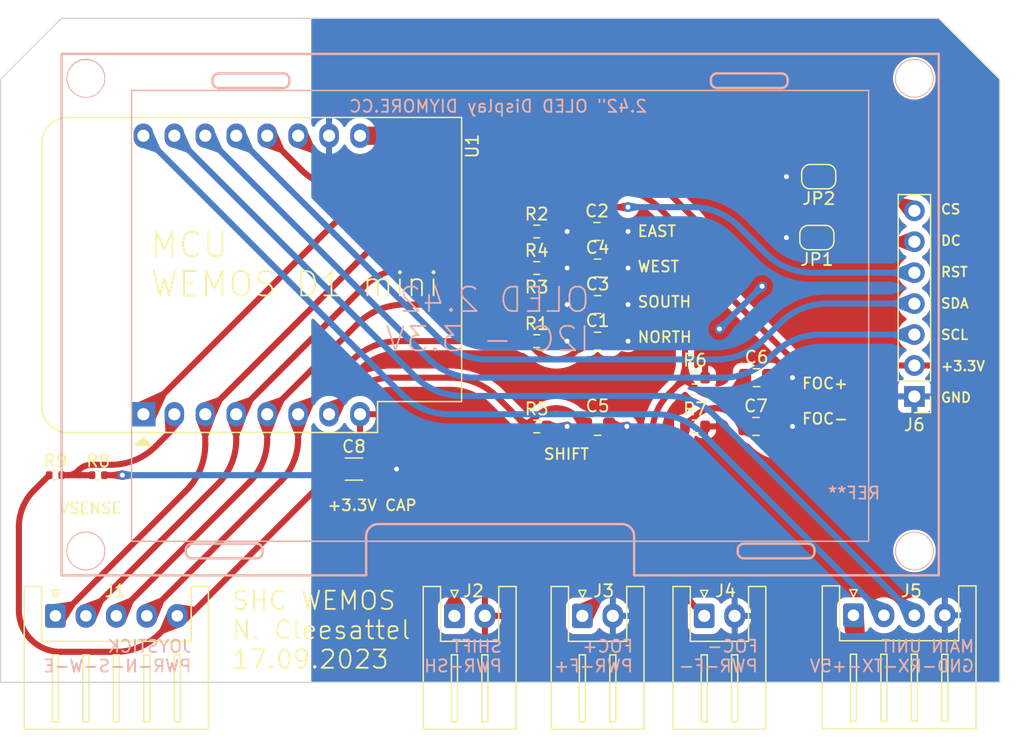
<source format=kicad_pcb>
(kicad_pcb (version 20221018) (generator pcbnew)
  (layers (0 "F.Cu" signal) (31 "B.Cu" signal) (34 "B.Paste" user) (35 "F.Paste" user) (36 "B.SilkS" user "B.Silkscreen") (37 "F.SilkS" user "F.Silkscreen") (38 "B.Mask" user) (39 "F.Mask" user) (44 "Edge.Cuts" user))
  (net 0 "")
  (net 1 "/NORTH")
  (net 2 "GND")
  (net 3 "/EAST")
  (net 4 "/SOUTH")
  (net 5 "/WEST")
  (net 6 "/SHIFT")
  (net 7 "/FOC+")
  (net 8 "/FOC-")
  (net 9 "+3.3V")
  (net 10 "+5V")
  (net 11 "/TX")
  (net 12 "/RX")
  (net 13 "/SCL")
  (net 14 "/SDA")
  (net 15 "/RST")
  (net 16 "Net-(J6-Pin_6)")
  (net 17 "Net-(J6-Pin_7)")
  (net 18 "/V_SENSE")
  (footprint "Connector_JST:JST_XH_S2B-XH-A_1x02_P2.50mm_Horizontal" (layer "F.Cu") (at 87.25 99.05)
    (fp_text reference "J2" (at 1.55 -2.05) (layer "F.SilkS"))
    (fp_text value "Shift")
    (pad "1" thru_hole roundrect (at 0 0) (size 1.7 2) (drill 1) (layers "*.Cu" "*.Mask") (roundrect_rratio 0.1470588235) (net 6 "/SHIFT"))
    (pad "2" thru_hole oval (at 2.5 0) (size 1.7 2) (drill 1) (layers "*.Cu" "*.Mask") (net 9 "+3.3V"))
  )
  (footprint "Resistor_SMD:R_0603_1608Metric" (layer "F.Cu") (at 107 79.5)
    (fp_text reference "R6" (at 0 -1.43) (layer "F.SilkS"))
    (fp_text value "4.7k")
    (pad "1" smd roundrect (at -0.825 0) (size 0.8 0.95) (layers "F.Cu" "F.Paste" "F.Mask") (net 7 "/FOC+"))
    (pad "2" smd roundrect (at 0.825 0) (size 0.8 0.95) (layers "F.Cu" "F.Paste" "F.Mask") (net 9 "+3.3V"))
  )
  (footprint "Resistor_SMD:R_0402_1005Metric" (layer "F.Cu") (at 54.5 87.5)
    (fp_text reference "R9" (at 0 -1.17) (layer "F.SilkS"))
    (fp_text value "10k")
    (pad "1" smd roundrect (at -0.51 0) (size 0.54 0.64) (layers "F.Cu" "F.Paste" "F.Mask") (net 9 "+3.3V"))
    (pad "2" smd roundrect (at 0.51 0) (size 0.54 0.64) (layers "F.Cu" "F.Paste" "F.Mask") (net 18 "/V_SENSE"))
  )
  (footprint "Connector_PinHeader_2.54mm:PinHeader_1x07_P2.54mm_Vertical" (layer "F.Cu") (at 125 81.04 180)
    (fp_text reference "J6" (at 0 -2.33) (layer "F.SilkS"))
    (fp_text value "Display")
    (pad "1" thru_hole rect (at 0 0 180) (size 1.7 1.7) (drill 1) (layers "*.Cu" "*.Mask") (net 2 "GND"))
    (pad "2" thru_hole oval (at 0 2.54 180) (size 1.7 1.7) (drill 1) (layers "*.Cu" "*.Mask") (net 9 "+3.3V"))
    (pad "3" thru_hole oval (at 0 5.08 180) (size 1.7 1.7) (drill 1) (layers "*.Cu" "*.Mask") (net 13 "/SCL"))
    (pad "4" thru_hole oval (at 0 7.62 180) (size 1.7 1.7) (drill 1) (layers "*.Cu" "*.Mask") (net 14 "/SDA"))
    (pad "5" thru_hole oval (at 0 10.16 180) (size 1.7 1.7) (drill 1) (layers "*.Cu" "*.Mask") (net 15 "/RST"))
    (pad "6" thru_hole oval (at 0 12.7 180) (size 1.7 1.7) (drill 1) (layers "*.Cu" "*.Mask") (net 16 "Net-(J6-Pin_6)"))
    (pad "7" thru_hole oval (at 0 15.24 180) (size 1.7 1.7) (drill 1) (layers "*.Cu" "*.Mask") (net 17 "Net-(J6-Pin_7)"))
  )
  (footprint "Connector_JST:JST_XH_S4B-XH-A_1x04_P2.50mm_Horizontal" (layer "F.Cu") (at 120 99)
    (fp_text reference "J5" (at 4.75 -2) (layer "F.SilkS"))
    (fp_text value "MainUnit")
    (pad "1" thru_hole roundrect (at 0 0) (size 1.7 1.95) (drill 0.95) (layers "*.Cu" "*.Mask") (roundrect_rratio 0.1470588235) (net 10 "+5V"))
    (pad "2" thru_hole oval (at 2.5 0) (size 1.7 1.95) (drill 0.95) (layers "*.Cu" "*.Mask") (net 11 "/TX"))
    (pad "3" thru_hole oval (at 5 0) (size 1.7 1.95) (drill 0.95) (layers "*.Cu" "*.Mask") (net 12 "/RX"))
    (pad "4" thru_hole oval (at 7.5 0) (size 1.7 1.95) (drill 0.95) (layers "*.Cu" "*.Mask") (net 2 "GND"))
  )
  (footprint "Resistor_SMD:R_0603_1608Metric" (layer "F.Cu") (at 107 83.5)
    (fp_text reference "R7" (at 0 -1.43) (layer "F.SilkS"))
    (fp_text value "4.7k")
    (pad "1" smd roundrect (at -0.825 0) (size 0.8 0.95) (layers "F.Cu" "F.Paste" "F.Mask") (net 8 "/FOC-"))
    (pad "2" smd roundrect (at 0.825 0) (size 0.8 0.95) (layers "F.Cu" "F.Paste" "F.Mask") (net 9 "+3.3V"))
  )
  (footprint "Capacitor_SMD:C_0805_2012Metric" (layer "F.Cu") (at 112 83.5)
    (fp_text reference "C7" (at 0 -1.68) (layer "F.SilkS"))
    (fp_text value "10nF")
    (pad "1" smd roundrect (at -0.95 0) (size 1 1.45) (layers "F.Cu" "F.Paste" "F.Mask") (net 8 "/FOC-"))
    (pad "2" smd roundrect (at 0.95 0) (size 1 1.45) (layers "F.Cu" "F.Paste" "F.Mask") (net 2 "GND"))
  )
  (footprint "Jumper:SolderJumper-2_P1.3mm_Bridged_RoundedPad1.0x1.5mm" (layer "F.Cu") (at 117.15 63 180)
    (fp_text reference "JP2" (at 0 -1.8) (layer "F.SilkS"))
    (fp_text value "CS Jmp")
    (fp_poly (pts (xy 0.25 -0.3) (xy -0.25 -0.3) (xy -0.25 0.3) (xy 0.25 0.3)) (fill solid) (layer "F.Cu"))
    (pad "1" smd custom (at -0.65 0 180) (size 1 0.5) (layers "F.Cu" "F.Mask") (net 17 "Net-(J6-Pin_7)") (options (clearance outline) (anchor rect)) (primitives (gr_circle (center 0 0.25) (end 0.5 0.25) (width 0) (fill yes)) (gr_circle (center 0 -0.25) (end 0.5 -0.25) (width 0) (fill yes)) (gr_poly (pts (xy 0.5 0.75) (xy 0 0.75) (xy 0 -0.75) (xy 0.5 -0.75)) (width 0) (fill yes))))
    (pad "2" smd custom (at 0.65 0 180) (size 1 0.5) (layers "F.Cu" "F.Mask") (net 2 "GND") (options (clearance outline) (anchor rect)) (primitives (gr_circle (center 0 0.25) (end 0.5 0.25) (width 0) (fill yes)) (gr_circle (center 0 -0.25) (end 0.5 -0.25) (width 0) (fill yes)) (gr_poly (pts (xy 0 0.75) (xy -0.5 0.75) (xy -0.5 -0.75) (xy 0 -0.75)) (width 0) (fill yes))))
  )
  (footprint "Capacitor_SMD:C_1206_3216Metric" (layer "F.Cu") (at 79 87)
    (fp_text reference "C8" (at 0 -1.85) (layer "F.SilkS"))
    (fp_text value "100uF")
    (pad "1" smd roundrect (at -1.475 0) (size 1.15 1.8) (layers "F.Cu" "F.Paste" "F.Mask") (roundrect_rratio 0.2173913043) (net 9 "+3.3V"))
    (pad "2" smd roundrect (at 1.475 0) (size 1.15 1.8) (layers "F.Cu" "F.Paste" "F.Mask") (roundrect_rratio 0.2173913043) (net 2 "GND"))
  )
  (footprint "Resistor_SMD:R_0603_1608Metric" (layer "F.Cu") (at 94 73.5)
    (fp_text reference "R3" (at 0 -1.43) (layer "F.SilkS"))
    (fp_text value "4.7k")
    (pad "1" smd roundrect (at -0.825 0) (size 0.8 0.95) (layers "F.Cu" "F.Paste" "F.Mask") (net 4 "/SOUTH"))
    (pad "2" smd roundrect (at 0.825 0) (size 0.8 0.95) (layers "F.Cu" "F.Paste" "F.Mask") (net 2 "GND"))
  )
  (footprint "Connector_JST:JST_XH_S5B-XH-A_1x05_P2.50mm_Horizontal" (layer "F.Cu") (at 54.5 99.05)
    (fp_text reference "J1" (at 4.9 -2.05) (layer "F.SilkS"))
    (fp_text value "Joystick")
    (pad "1" thru_hole roundrect (at 0 0) (size 1.7 1.95) (drill 0.95) (layers "*.Cu" "*.Mask") (roundrect_rratio 0.1470588235) (net 3 "/EAST"))
    (pad "2" thru_hole oval (at 2.5 0) (size 1.7 1.95) (drill 0.95) (layers "*.Cu" "*.Mask") (net 5 "/WEST"))
    (pad "3" thru_hole oval (at 5 0) (size 1.7 1.95) (drill 0.95) (layers "*.Cu" "*.Mask") (net 4 "/SOUTH"))
    (pad "4" thru_hole oval (at 7.5 0) (size 1.7 1.95) (drill 0.95) (layers "*.Cu" "*.Mask") (net 1 "/NORTH"))
    (pad "5" thru_hole oval (at 10 0) (size 1.7 1.95) (drill 0.95) (layers "*.Cu" "*.Mask") (net 9 "+3.3V"))
  )
  (footprint "Capacitor_SMD:C_0805_2012Metric" (layer "F.Cu") (at 99 76.5)
    (fp_text reference "C1" (at 0 -1.68) (layer "F.SilkS"))
    (fp_text value "10nF")
    (pad "1" smd roundrect (at -0.95 0) (size 1 1.45) (layers "F.Cu" "F.Paste" "F.Mask") (net 1 "/NORTH"))
    (pad "2" smd roundrect (at 0.95 0) (size 1 1.45) (layers "F.Cu" "F.Paste" "F.Mask") (net 2 "GND"))
  )
  (footprint "Connector_JST:JST_XH_S2B-XH-A_1x02_P2.50mm_Horizontal" (layer "F.Cu") (at 107.75 99.05)
    (fp_text reference "J4" (at 1.75 -2.05) (layer "F.SilkS"))
    (fp_text value "Foc-")
    (pad "1" thru_hole roundrect (at 0 0) (size 1.7 2) (drill 1) (layers "*.Cu" "*.Mask") (roundrect_rratio 0.1470588235) (net 8 "/FOC-"))
    (pad "2" thru_hole oval (at 2.5 0) (size 1.7 2) (drill 1) (layers "*.Cu" "*.Mask") (net 2 "GND"))
  )
  (footprint "Capacitor_SMD:C_0805_2012Metric" (layer "F.Cu") (at 99 73.5)
    (fp_text reference "C3" (at 0 -1.68) (layer "F.SilkS"))
    (fp_text value "10nF")
    (pad "1" smd roundrect (at -0.95 0) (size 1 1.45) (layers "F.Cu" "F.Paste" "F.Mask") (net 4 "/SOUTH"))
    (pad "2" smd roundrect (at 0.95 0) (size 1 1.45) (layers "F.Cu" "F.Paste" "F.Mask") (net 2 "GND"))
  )
  (footprint "Module:WEMOS_D1_mini_light" (layer "F.Cu") (at 61.72 82.5 90)
    (fp_text reference "U1" (at 22 27 90) (layer "F.SilkS"))
    (fp_text value "WeMos_D1_mini")
    (pad "1" thru_hole rect (at 0 0 90) (size 2 2) (drill 1) (layers "*.Cu" "*.Mask") (net 15 "/RST"))
    (pad "2" thru_hole oval (at 0 2.54 90) (size 2 1.6) (drill 1) (layers "*.Cu" "*.Mask") (net 18 "/V_SENSE"))
    (pad "3" thru_hole oval (at 0 5.08 90) (size 2 1.6) (drill 1) (layers "*.Cu" "*.Mask") (net 3 "/EAST"))
    (pad "4" thru_hole oval (at 0 7.62 90) (size 2 1.6) (drill 1) (layers "*.Cu" "*.Mask") (net 5 "/WEST"))
    (pad "5" thru_hole oval (at 0 10.16 90) (size 2 1.6) (drill 1) (layers "*.Cu" "*.Mask") (net 4 "/SOUTH"))
    (pad "6" thru_hole oval (at 0 12.7 90) (size 2 1.6) (drill 1) (layers "*.Cu" "*.Mask") (net 1 "/NORTH"))
    (pad "7" thru_hole oval (at 0 15.24 90) (size 2 1.6) (drill 1) (layers "*.Cu" "*.Mask") (net 6 "/SHIFT"))
    (pad "8" thru_hole oval (at 0 17.78 90) (size 2 1.6) (drill 1) (layers "*.Cu" "*.Mask") (net 9 "+3.3V"))
    (pad "9" thru_hole oval (at 22.86 17.78 90) (size 2 1.6) (drill 1) (layers "*.Cu" "*.Mask") (net 10 "+5V"))
    (pad "10" thru_hole oval (at 22.86 15.24 90) (size 2 1.6) (drill 1) (layers "*.Cu" "*.Mask") (net 2 "GND"))
    (pad "11" thru_hole oval (at 22.86 12.7 90) (size 2 1.6) (drill 1) (layers "*.Cu" "*.Mask") (net 8 "/FOC-"))
    (pad "12" thru_hole oval (at 22.86 10.16 90) (size 2 1.6) (drill 1) (layers "*.Cu" "*.Mask") (net 7 "/FOC+"))
    (pad "13" thru_hole oval (at 22.86 7.62 90) (size 2 1.6) (drill 1) (layers "*.Cu" "*.Mask") (net 14 "/SDA"))
    (pad "14" thru_hole oval (at 22.86 5.08 90) (size 2 1.6) (drill 1) (layers "*.Cu" "*.Mask") (net 13 "/SCL"))
    (pad "15" thru_hole oval (at 22.86 2.54 90) (size 2 1.6) (drill 1) (layers "*.Cu" "*.Mask") (net 12 "/RX"))
    (pad "16" thru_hole oval (at 22.86 0 90) (size 2 1.6) (drill 1) (layers "*.Cu" "*.Mask") (net 11 "/TX"))
  )
  (footprint "Connector_JST:JST_XH_S2B-XH-A_1x02_P2.50mm_Horizontal" (layer "F.Cu") (at 97.75 99.05)
    (fp_text reference "J3" (at 1.75 -2.05) (layer "F.SilkS"))
    (fp_text value "Foc+")
    (pad "1" thru_hole roundrect (at 0 0) (size 1.7 2) (drill 1) (layers "*.Cu" "*.Mask") (roundrect_rratio 0.1470588235) (net 7 "/FOC+"))
    (pad "2" thru_hole oval (at 2.5 0) (size 1.7 2) (drill 1) (layers "*.Cu" "*.Mask") (net 2 "GND"))
  )
  (footprint "Capacitor_SMD:C_0805_2012Metric" (layer "F.Cu") (at 112.05 79.5)
    (fp_text reference "C6" (at 0 -1.68) (layer "F.SilkS"))
    (fp_text value "10nF")
    (pad "1" smd roundrect (at -0.95 0) (size 1 1.45) (layers "F.Cu" "F.Paste" "F.Mask") (net 7 "/FOC+"))
    (pad "2" smd roundrect (at 0.95 0) (size 1 1.45) (layers "F.Cu" "F.Paste" "F.Mask") (net 2 "GND"))
  )
  (footprint "Capacitor_SMD:C_0805_2012Metric" (layer "F.Cu") (at 99 83.5)
    (fp_text reference "C5" (at 0 -1.68) (layer "F.SilkS"))
    (fp_text value "10nF")
    (pad "1" smd roundrect (at -0.95 0) (size 1 1.45) (layers "F.Cu" "F.Paste" "F.Mask") (net 6 "/SHIFT"))
    (pad "2" smd roundrect (at 0.95 0) (size 1 1.45) (layers "F.Cu" "F.Paste" "F.Mask") (net 2 "GND"))
  )
  (footprint "Capacitor_SMD:C_0805_2012Metric" (layer "F.Cu") (at 99 70.5)
    (fp_text reference "C4" (at 0 -1.68) (layer "F.SilkS"))
    (fp_text value "10nF")
    (pad "1" smd roundrect (at -0.95 0) (size 1 1.45) (layers "F.Cu" "F.Paste" "F.Mask") (net 5 "/WEST"))
    (pad "2" smd roundrect (at 0.95 0) (size 1 1.45) (layers "F.Cu" "F.Paste" "F.Mask") (net 2 "GND"))
  )
  (footprint "Resistor_SMD:R_0603_1608Metric" (layer "F.Cu") (at 94 70.5)
    (fp_text reference "R4" (at 0 -1.43) (layer "F.SilkS"))
    (fp_text value "4.7k")
    (pad "1" smd roundrect (at -0.825 0) (size 0.8 0.95) (layers "F.Cu" "F.Paste" "F.Mask") (net 5 "/WEST"))
    (pad "2" smd roundrect (at 0.825 0) (size 0.8 0.95) (layers "F.Cu" "F.Paste" "F.Mask") (net 2 "GND"))
  )
  (footprint "Resistor_SMD:R_0603_1608Metric" (layer "F.Cu") (at 94 67.5)
    (fp_text reference "R2" (at 0 -1.43) (layer "F.SilkS"))
    (fp_text value "4.7k")
    (pad "1" smd roundrect (at -0.825 0) (size 0.8 0.95) (layers "F.Cu" "F.Paste" "F.Mask") (net 3 "/EAST"))
    (pad "2" smd roundrect (at 0.825 0) (size 0.8 0.95) (layers "F.Cu" "F.Paste" "F.Mask") (net 2 "GND"))
  )
  (footprint "Jumper:SolderJumper-2_P1.3mm_Bridged_RoundedPad1.0x1.5mm" (layer "F.Cu") (at 117 68 180)
    (fp_text reference "JP1" (at 0 -1.8) (layer "F.SilkS"))
    (fp_text value "DC Jmp")
    (fp_poly (pts (xy 0.25 -0.3) (xy -0.25 -0.3) (xy -0.25 0.3) (xy 0.25 0.3)) (fill solid) (layer "F.Cu"))
    (pad "1" smd custom (at -0.65 0 180) (size 1 0.5) (layers "F.Cu" "F.Mask") (net 16 "Net-(J6-Pin_6)") (options (clearance outline) (anchor rect)) (primitives (gr_circle (center 0 0.25) (end 0.5 0.25) (width 0) (fill yes)) (gr_circle (center 0 -0.25) (end 0.5 -0.25) (width 0) (fill yes)) (gr_poly (pts (xy 0.5 0.75) (xy 0 0.75) (xy 0 -0.75) (xy 0.5 -0.75)) (width 0) (fill yes))))
    (pad "2" smd custom (at 0.65 0 180) (size 1 0.5) (layers "F.Cu" "F.Mask") (net 2 "GND") (options (clearance outline) (anchor rect)) (primitives (gr_circle (center 0 0.25) (end 0.5 0.25) (width 0) (fill yes)) (gr_circle (center 0 -0.25) (end 0.5 -0.25) (width 0) (fill yes)) (gr_poly (pts (xy 0 0.75) (xy -0.5 0.75) (xy -0.5 -0.75) (xy 0 -0.75)) (width 0) (fill yes))))
  )
  (footprint "Capacitor_SMD:C_0805_2012Metric" (layer "F.Cu") (at 98.95 67.5)
    (fp_text reference "C2" (at 0 -1.68) (layer "F.SilkS"))
    (fp_text value "10nF")
    (pad "1" smd roundrect (at -0.95 0) (size 1 1.45) (layers "F.Cu" "F.Paste" "F.Mask") (net 3 "/EAST"))
    (pad "2" smd roundrect (at 0.95 0) (size 1 1.45) (layers "F.Cu" "F.Paste" "F.Mask") (net 2 "GND"))
  )
  (footprint "Resistor_SMD:R_0402_1005Metric" (layer "F.Cu") (at 58.01 87.5)
    (fp_text reference "R8" (at 0 -1.17) (layer "F.SilkS"))
    (fp_text value "10k")
    (pad "1" smd roundrect (at -0.51 0) (size 0.54 0.64) (layers "F.Cu" "F.Paste" "F.Mask") (net 18 "/V_SENSE"))
    (pad "2" smd roundrect (at 0.51 0) (size 0.54 0.64) (layers "F.Cu" "F.Paste" "F.Mask") (net 2 "GND"))
  )
  (footprint "Resistor_SMD:R_0603_1608Metric" (layer "F.Cu") (at 94 83.5)
    (fp_text reference "R5" (at 0 -1.43) (layer "F.SilkS"))
    (fp_text value "4.7k")
    (pad "1" smd roundrect (at -0.825 0) (size 0.8 0.95) (layers "F.Cu" "F.Paste" "F.Mask") (net 6 "/SHIFT"))
    (pad "2" smd roundrect (at 0.825 0) (size 0.8 0.95) (layers "F.Cu" "F.Paste" "F.Mask") (net 2 "GND"))
  )
  (footprint "Resistor_SMD:R_0603_1608Metric" (layer "F.Cu") (at 94 76.5)
    (fp_text reference "R1" (at 0 -1.43) (layer "F.SilkS"))
    (fp_text value "4.7k")
    (pad "1" smd roundrect (at -0.825 0) (size 0.8 0.95) (layers "F.Cu" "F.Paste" "F.Mask") (net 1 "/NORTH"))
    (pad "2" smd roundrect (at 0.825 0) (size 0.8 0.95) (layers "F.Cu" "F.Paste" "F.Mask") (net 2 "GND"))
  )
  (footprint "TeenAstro:2.42_OLED_DIYMORE" (layer "B.Cu") (at 91 95.925 180)
    (fp_text reference "REF**" (at -29.05 6.950855) (layer "B.SilkS") (effects (justify mirror)))
    (fp_text value "2.42\" OLED Display DIYMORE.CC" (at 0.16 38.700855) (layer "B.SilkS") (effects (justify mirror)))
    (pad "" np_thru_hole circle (at -34.00808 2.201055 180) (size 3 3) (drill 3) (layers "*.Cu" "*.Mask"))
    (pad "" np_thru_hole circle (at -33.99792 40.997015 180) (size 3 3) (drill 3) (layers "*.Cu" "*.Mask"))
    (pad "" np_thru_hole circle (at 33.99788 40.986855 180) (size 3 3) (drill 3) (layers "*.Cu" "*.Mask"))
    (pad "" np_thru_hole circle (at 34.00296 2.201055 180) (size 3 3) (drill 3) (layers "*.Cu" "*.Mask"))
  )
  (gr_poly (pts (xy 50 104.5) (xy 50 55) (xy 55 50) (xy 127 50) (xy 132 55) (xy 132 104.5)) (stroke (width 0.1)) (fill none) (layer "Edge.Cuts"))
  (gr_text "FOC-\nPWR-F-" (at 112.25 103.75) (layer "B.SilkS") (effects (font (size 1 1)) (justify left bottom mirror)))
  (gr_text "MAIN UNIT\nGND-RX-TX-+5V" (at 130 103.75) (layer "B.SilkS") (effects (font (size 1 1)) (justify left bottom mirror)))
  (gr_text "FOC+\nPWR-F+" (at 102 103.75) (layer "B.SilkS") (effects (font (size 1 1)) (justify left bottom mirror)))
  (gr_text "SHIFT\nPWR-SH" (at 91.25 103.75) (layer "B.SilkS") (effects (font (size 1 1)) (justify left bottom mirror)))
  (gr_text "JOYSTICK\nPWR-N-S-W-E" (at 65.75 103.75) (layer "B.SilkS") (effects (font (size 1 1)) (justify left bottom mirror)))
  (gr_text "OLED 2.42\nI2C - 3.3V\n" (at 98.5 77.5) (layer "B.SilkS") (effects (font (size 2 2)) (justify left bottom mirror)))
  (gr_text "FOC+\n\nFOC-" (at 115.7 83.4) (layer "F.SilkS") (effects (font (size 0.9 0.9)) (justify left bottom)))
  (gr_text "SHIFT" (at 94.5 86.3) (layer "F.SilkS") (effects (font (size 0.9 0.9)) (justify left bottom)))
  (gr_text "+3.3V CAP" (at 76.75 90.5) (layer "F.SilkS") (effects (font (size 0.9 0.9)) (justify left bottom)))
  (gr_text "EAST\n\nWEST\n\nSOUTH\n\nNORTH" (at 102.2 76.7) (layer "F.SilkS") (effects (font (size 0.9 0.9)) (justify left bottom)))
  (gr_text "CS\n\nDC\n\nRST\n\nSDA\n\nSCL\n\n+3.3V\n\nGND" (at 127.1 81.6) (layer "F.SilkS") (effects (font (size 0.8 0.8)) (justify left bottom)))
  (gr_text "MCU\nWEMOS D1 mini" (at 62.2 73) (layer "F.SilkS") (effects (font (size 2 2)) (justify left bottom)))
  (gr_text "VSENSE" (at 54.75 90.75) (layer "F.SilkS") (effects (font (size 0.9 0.9)) (justify left bottom)))
  (gr_text "SHC WEMOS\nN. Cleesattel\n17.09.2023" (at 68.9 103.5) (layer "F.SilkS") (effects (font (size 1.5 1.5)) (justify left bottom)))
  (segment (start 74.42 84.54) (end 74.42 82.5) (width 0.5) (layer "F.Cu") (net 1))
  (segment (start 93.175 76.5) (end 82.673963 76.5) (width 0.5) (layer "F.Cu") (net 1))
  (segment (start 62 99.025) (end 62 99.05) (width 0.5) (layer "F.Cu") (net 1))
  (segment (start 74.42 82.5) (end 78.826207 78.093792) (width 0.5) (layer "F.Cu") (net 1))
  (segment (start 72.977502 88.022497) (end 62.017677 98.982322) (width 0.5) (layer "F.Cu") (net 1))
  (segment (start 93.175 76.5) (end 94.012087 77.337087) (width 0.5) (layer "F.Cu") (net 1))
  (segment (start 97.212912 77.337087) (end 98.05 76.5) (width 0.5) (layer "F.Cu") (net 1))
  (arc (start 94.012087 77.337087) (mid 94.746362 77.827714) (end 95.6125 78) (width 0.5) (layer "F.Cu") (net 1))
  (arc (start 74.42 84.54) (mid 74.045106 86.424714) (end 72.977502 88.022497) (width 0.5) (layer "F.Cu") (net 1))
  (arc (start 82.673963 76.5) (mid 80.591572 76.914213) (end 78.826207 78.093792) (width 0.5) (layer "F.Cu") (net 1))
  (arc (start 62.017677 98.982322) (mid 62.004594 99.001902) (end 62 99.025) (width 0.5) (layer "F.Cu") (net 1))
  (arc (start 97.212912 77.337087) (mid 96.478636 77.827714) (end 95.6125 78) (width 0.5) (layer "F.Cu") (net 1))
  (segment (start 114.5 63) (end 116.5 63) (width 0.5) (layer "F.Cu") (net 2))
  (segment (start 101.398959 83.5) (end 99.95 83.5) (width 0.5) (layer "F.Cu") (net 2))
  (segment (start 96.5 67.5) (end 94.825 67.5) (width 0.5) (layer "F.Cu") (net 2))
  (segment (start 101.5 67.5) (end 99.9 67.5) (width 0.5) (layer "F.Cu") (net 2))
  (segment (start 60 87.5) (end 58.52 87.5) (width 0.5) (layer "F.Cu") (net 2))
  (segment (start 101.5 76.5) (end 99.95 76.5) (width 0.5) (layer "F.Cu") (net 2))
  (segment (start 96.5 73.5) (end 94.825 73.5) (width 0.5) (layer "F.Cu") (net 2))
  (segment (start 82.5 87) (end 80.475 87) (width 0.5) (layer "F.Cu") (net 2))
  (segment (start 115 79.5) (end 113 79.5) (width 0.5) (layer "F.Cu") (net 2))
  (segment (start 101.5 70.5) (end 99.95 70.5) (width 0.5) (layer "F.Cu") (net 2))
  (segment (start 96.5 76.5) (end 94.825 76.5) (width 0.5) (layer "F.Cu") (net 2))
  (segment (start 101.5 73.5) (end 99.95 73.5) (width 0.5) (layer "F.Cu") (net 2))
  (segment (start 96.5 70.5) (end 94.825 70.5) (width 0.5) (layer "F.Cu") (net 2))
  (segment (start 114.5 68) (end 116.35 68) (width 0.5) (layer "F.Cu") (net 2))
  (segment (start 115 83.5) (end 112.95 83.5) (width 0.5) (layer "F.Cu") (net 2))
  (segment (start 96.5 83.5) (end 94.825 83.5) (width 0.5) (layer "F.Cu") (net 2))
  (via (at 101.398959 83.5) (size 0.8) (drill 0.4) (layers "F.Cu" "B.Cu") (net 2))
  (via (at 82.5 87) (size 0.8) (drill 0.4) (layers "F.Cu" "B.Cu") (net 2))
  (via (at 101.5 67.5) (size 0.8) (drill 0.4) (layers "F.Cu" "B.Cu") (net 2))
  (via (at 115 79.5) (size 0.8) (drill 0.4) (layers "F.Cu" "B.Cu") (net 2))
  (via (at 96.5 83.5) (size 0.8) (drill 0.4) (layers "F.Cu" "B.Cu") (net 2))
  (via (at 60 87.5) (size 0.8) (drill 0.4) (layers "F.Cu" "B.Cu") (net 2))
  (via (at 101.5 73.5) (size 0.8) (drill 0.4) (layers "F.Cu" "B.Cu") (net 2))
  (via (at 114.5 68) (size 0.8) (drill 0.4) (layers "F.Cu" "B.Cu") (net 2))
  (via (at 96.5 76.5) (size 0.8) (drill 0.4) (layers "F.Cu" "B.Cu") (net 2))
  (via (at 96.5 67.5) (size 0.8) (drill 0.4) (layers "F.Cu" "B.Cu") (net 2))
  (via (at 96.5 73.5) (size 0.8) (drill 0.4) (layers "F.Cu" "B.Cu") (net 2))
  (via (at 114.5 63) (size 0.8) (drill 0.4) (layers "F.Cu" "B.Cu") (net 2))
  (via (at 96.5 70.5) (size 0.8) (drill 0.4) (layers "F.Cu" "B.Cu") (net 2))
  (via (at 101.5 70.5) (size 0.8) (drill 0.4) (layers "F.Cu" "B.Cu") (net 2))
  (via (at 115 83.5) (size 0.8) (drill 0.4) (layers "F.Cu" "B.Cu") (net 2))
  (via (at 101.5 76.5) (size 0.8) (drill 0.4) (layers "F.Cu" "B.Cu") (net 2))
  (segment (start 82.5 87) (end 82.25 87.25) (width 0.5) (layer "B.Cu") (net 2))
  (segment (start 60 87.5) (end 81.646446 87.5) (width 0.5) (layer "B.Cu") (net 2))
  (arc (start 82.25 87.25) (mid 81.973087 87.435027) (end 81.646446 87.5) (width 0.5) (layer "B.Cu") (net 2))
  (segment (start 80.206207 69.093792) (end 66.8 82.5) (width 0.5) (layer "F.Cu") (net 3))
  (segment (start 84.053963 67.5) (end 93.175 67.5) (width 0.5) (layer "F.Cu") (net 3))
  (segment (start 54.725 99.05) (end 54.5 99.05) (width 0.5) (layer "F.Cu") (net 3))
  (segment (start 98 67.75) (end 98 67.5) (width 0.5) (layer "F.Cu") (net 3))
  (segment (start 93.925 68.25) (end 93.175 67.5) (width 0.5) (layer "F.Cu") (net 3))
  (segment (start 65.206207 88.793792) (end 55.109099 98.8909) (width 0.5) (layer "F.Cu") (net 3))
  (segment (start 95.73566 69) (end 96.292893 69) (width 0.5) (layer "F.Cu") (net 3))
  (segment (start 97.823223 68.176776) (end 97.5 68.5) (width 0.5) (layer "F.Cu") (net 3))
  (segment (start 66.8 84.946036) (end 66.8 82.5) (width 0.5) (layer "F.Cu") (net 3))
  (arc (start 66.8 84.946036) (mid 66.385786 87.028426) (end 65.206207 88.793792) (width 0.5) (layer "F.Cu") (net 3))
  (arc (start 55.109099 98.8909) (mid 54.932872 99.008651) (end 54.725 99.05) (width 0.5) (layer "F.Cu") (net 3))
  (arc (start 93.925 68.25) (mid 94.755737 68.805081) (end 95.73566 69) (width 0.5) (layer "F.Cu") (net 3))
  (arc (start 97.5 68.5) (mid 96.946174 68.870054) (end 96.292893 69) (width 0.5) (layer "F.Cu") (net 3))
  (arc (start 98 67.75) (mid 97.954057 67.980969) (end 97.823223 68.176776) (width 0.5) (layer "F.Cu") (net 3))
  (arc (start 84.053963 67.5) (mid 81.971572 67.914213) (end 80.206207 69.093792) (width 0.5) (layer "F.Cu") (net 3))
  (segment (start 71.88 82.5) (end 71.88 84.56) (width 0.5) (layer "F.Cu") (net 4))
  (segment (start 97.8909 74.109099) (end 97.525 74.475) (width 0.5) (layer "F.Cu") (net 4))
  (segment (start 59.5 99.025) (end 59.5 99.05) (width 0.5) (layer "F.Cu") (net 4))
  (segment (start 93.175 73.5) (end 83.133963 73.5) (width 0.5) (layer "F.Cu") (net 4))
  (segment (start 98.05 73.725) (end 98.05 73.5) (width 0.5) (layer "F.Cu") (net 4))
  (segment (start 70.423359 88.076639) (end 59.517677 98.982322) (width 0.5) (layer "F.Cu") (net 4))
  (segment (start 93.175 73.5) (end 93.925 74.25) (width 0.5) (layer "F.Cu") (net 4))
  (segment (start 79.286207 75.093792) (end 71.88 82.5) (width 0.5) (layer "F.Cu") (net 4))
  (segment (start 95.73566 75) (end 96.257537 75) (width 0.5) (layer "F.Cu") (net 4))
  (arc (start 59.517677 98.982322) (mid 59.504594 99.001902) (end 59.5 99.025) (width 0.5) (layer "F.Cu") (net 4))
  (arc (start 71.88 84.56) (mid 71.501431 86.463191) (end 70.423359 88.076639) (width 0.5) (layer "F.Cu") (net 4))
  (arc (start 98.05 73.725) (mid 98.008651 73.932872) (end 97.8909 74.109099) (width 0.5) (layer "F.Cu") (net 4))
  (arc (start 83.133963 73.5) (mid 81.051572 73.914213) (end 79.286207 75.093792) (width 0.5) (layer "F.Cu") (net 4))
  (arc (start 97.525 74.475) (mid 96.943483 74.863556) (end 96.257537 75) (width 0.5) (layer "F.Cu") (net 4))
  (arc (start 93.925 74.25) (mid 94.755737 74.805081) (end 95.73566 75) (width 0.5) (layer "F.Cu") (net 4))
  (segment (start 93.925 71.25) (end 93.175 70.5) (width 0.5) (layer "F.Cu") (net 5))
  (segment (start 69.34 82.5) (end 79.746207 72.093792) (width 0.5) (layer "F.Cu") (net 5))
  (segment (start 97.8909 71.109099) (end 97.525 71.475) (width 0.5) (layer "F.Cu") (net 5))
  (segment (start 98.05 70.725) (end 98.05 70.5) (width 0.5) (layer "F.Cu") (net 5))
  (segment (start 83.593963 70.5) (end 93.175 70.5) (width 0.5) (layer "F.Cu") (net 5))
  (segment (start 95.73566 72) (end 96.257537 72) (width 0.5) (layer "F.Cu") (net 5))
  (segment (start 69.34 84.605) (end 69.34 82.5) (width 0.5) (layer "F.Cu") (net 5))
  (segment (start 67.85154 88.198459) (end 57 99.05) (width 0.5) (layer "F.Cu") (net 5))
  (arc (start 97.525 71.475) (mid 96.943483 71.863556) (end 96.257537 72) (width 0.5) (layer "F.Cu") (net 5))
  (arc (start 93.925 71.25) (mid 94.755737 71.805081) (end 95.73566 72) (width 0.5) (layer "F.Cu") (net 5))
  (arc (start 98.05 70.725) (mid 98.008651 70.932872) (end 97.8909 71.109099) (width 0.5) (layer "F.Cu") (net 5))
  (arc (start 83.593963 70.5) (mid 81.511572 70.914213) (end 79.746207 72.093792) (width 0.5) (layer "F.Cu") (net 5))
  (arc (start 69.34 84.605) (mid 68.953161 86.549766) (end 67.85154 88.198459) (width 0.5) (layer "F.Cu") (net 5))
  (segment (start 88.843792 87.831207) (end 93.175 83.5) (width 0.5) (layer "F.Cu") (net 6))
  (segment (start 97.212912 82.662912) (end 98.05 83.5) (width 0.5) (layer "F.Cu") (net 6))
  (segment (start 90.768792 81.093792) (end 93.175 83.5) (width 0.5) (layer "F.Cu") (net 6))
  (segment (start 78.46 81) (end 76.96 82.5) (width 0.5) (layer "F.Cu") (net 6))
  (segment (start 86.921036 79.5) (end 82.08132 79.5) (width 0.5) (layer "F.Cu") (net 6))
  (segment (start 93.175 83.5) (end 94.012087 82.662912) (width 0.5) (layer "F.Cu") (net 6))
  (segment (start 87.25 91.678963) (end 87.25 99.05) (width 0.5) (layer "F.Cu") (net 6))
  (arc (start 90.768792 81.093792) (mid 89.003426 79.914213) (end 86.921036 79.5) (width 0.5) (layer "F.Cu") (net 6))
  (arc (start 82.08132 79.5) (mid 80.121475 79.889837) (end 78.46 81) (width 0.5) (layer "F.Cu") (net 6))
  (arc (start 95.6125 82) (mid 94.746362 82.172285) (end 94.012087 82.662912) (width 0.5) (layer "F.Cu") (net 6))
  (arc (start 88.843792 87.831207) (mid 87.664213 89.596572) (end 87.25 91.678963) (width 0.5) (layer "F.Cu") (net 6))
  (arc (start 97.212912 82.662912) (mid 96.478636 82.172285) (end 95.6125 82) (width 0.5) (layer "F.Cu") (net 6))
  (segment (start 104.581207 66.081207) (end 104.093792 65.593792) (width 0.5) (layer "F.Cu") (net 7))
  (segment (start 106.175 79.5) (end 106.175 69.928963) (width 0.5) (layer "F.Cu") (net 7))
  (segment (start 110.28059 80.319409) (end 111.1 79.5) (width 0.5) (layer "F.Cu") (net 7))
  (segment (start 103.5 84.06651) (end 103.5 91.046036) (width 0.5) (layer "F.Cu") (net 7))
  (segment (start 74.646207 62.406207) (end 71.88 59.64) (width 0.5) (layer "F.Cu") (net 7))
  (segment (start 106.175 79.5) (end 106.994409 80.319409) (width 0.5) (layer "F.Cu") (net 7))
  (segment (start 101.906207 94.893792) (end 97.75 99.05) (width 0.5) (layer "F.Cu") (net 7))
  (segment (start 106.175 79.5) (end 104.8375 80.8375) (width 0.5) (layer "F.Cu") (net 7))
  (segment (start 100.246036 64) (end 78.493963 64) (width 0.5) (layer "F.Cu") (net 7))
  (arc (start 103.5 91.046036) (mid 103.085786 93.128426) (end 101.906207 94.893792) (width 0.5) (layer "F.Cu") (net 7))
  (arc (start 106.994409 80.319409) (mid 107.748265 80.82312) (end 108.6375 81) (width 0.5) (layer "F.Cu") (net 7))
  (arc (start 110.28059 80.319409) (mid 109.526733 80.82312) (end 108.6375 81) (width 0.5) (layer "F.Cu") (net 7))
  (arc (start 104.093792 65.593792) (mid 102.328426 64.414213) (end 100.246036 64) (width 0.5) (layer "F.Cu") (net 7))
  (arc (start 104.581207 66.081207) (mid 105.760786 67.846572) (end 106.175 69.928963) (width 0.5) (layer "F.Cu") (net 7))
  (arc (start 74.646207 62.406207) (mid 76.411572 63.585786) (end 78.493963 64) (width 0.5) (layer "F.Cu") (net 7))
  (arc (start 104.8375 80.8375) (mid 103.847604 82.318982) (end 103.5 84.06651) (width 0.5) (layer "F.Cu") (net 7))
  (segment (start 106.762563 66.262563) (end 104.593792 64.093792) (width 0.5) (layer "F.Cu") (net 8))
  (segment (start 107.012087 82.662912) (end 106.175 83.5) (width 0.5) (layer "F.Cu") (net 8))
  (segment (start 79.302325 62.5) (end 100.746036 62.5) (width 0.5) (layer "F.Cu") (net 8))
  (segment (start 75.85 61.07) (end 74.42 59.64) (width 0.5) (layer "F.Cu") (net 8))
  (segment (start 109.237436 72.237436) (end 114.906207 77.906207) (width 0.5) (layer "F.Cu") (net 8))
  (segment (start 106.9625 98.2625) (end 107.75 99.05) (width 0.5) (layer "F.Cu") (net 8))
  (segment (start 111.05 83.5) (end 110.212912 82.662912) (width 0.5) (layer "F.Cu") (net 8))
  (segment (start 116.5 83.792893) (end 116.5 81.753963) (width 0.5) (layer "F.Cu") (net 8))
  (segment (start 106.175 83.5) (end 106.175 96.361306) (width 0.5) (layer "F.Cu") (net 8))
  (segment (start 114.275 85.5) (end 114.792893 85.5) (width 0.5) (layer "F.Cu") (net 8))
  (segment (start 111.05 83.5) (end 112.183794 84.633794) (width 0.5) (layer "F.Cu") (net 8))
  (arc (start 104.593792 64.093792) (mid 102.828426 62.914213) (end 100.746036 62.5) (width 0.5) (layer "F.Cu") (net 8))
  (arc (start 108 69.25) (mid 108.321599 70.866788) (end 109.237436 72.237436) (width 0.5) (layer "F.Cu") (net 8))
  (arc (start 110.212912 82.662912) (mid 109.478636 82.172285) (end 108.6125 82) (width 0.5) (layer "F.Cu") (net 8))
  (arc (start 116.5 83.792893) (mid 116.370054 84.446174) (end 116 85) (width 0.5) (layer "F.Cu") (net 8))
  (arc (start 106.175 96.361306) (mid 106.379664 97.390224) (end 106.9625 98.2625) (width 0.5) (layer "F.Cu") (net 8))
  (arc (start 108.6125 82) (mid 107.746362 82.172285) (end 107.012087 82.662912) (width 0.5) (layer "F.Cu") (net 8))
  (arc (start 106.762563 66.262563) (mid 107.6784 67.63321) (end 108 69.25) (width 0.5) (layer "F.Cu") (net 8))
  (arc (start 75.85 61.07) (mid 77.43394 62.128355) (end 79.302325 62.5) (width 0.5) (layer "F.Cu") (net 8))
  (arc (start 112.183794 84.633794) (mid 113.143247 85.27488) (end 114.275 85.5) (width 0.5) (layer "F.Cu") (net 8))
  (arc (start 116 85) (mid 115.446174 85.370054) (end 114.792893 85.5) (width 0.5) (layer "F.Cu") (net 8))
  (arc (start 114.906207 77.906207) (mid 116.085786 79.671572) (end 116.5 81.753963) (width 0.5) (layer "F.Cu") (net 8))
  (segment (start 51.5 91.750695) (end 51.5 98.585786) (width 0.5) (layer "F.Cu") (net 9))
  (segment (start 63.025 100.525) (end 64.5 99.05) (width 0.5) (layer "F.Cu") (net 9))
  (segment (start 65.819714 98.705285) (end 77.525 87) (width 0.5) (layer "F.Cu") (net 9))
  (segment (start 59.464034 102) (end 54.914213 102) (width 0.5) (layer "F.Cu") (net 9))
  (segment (start 64.9875 99.05) (end 64.5 99.05) (width 0.5) (layer "F.Cu") (net 9))
  (segment (start 52.745 88.745) (end 53.99 87.5) (width 0.5) (layer "F.Cu") (net 9))
  (via (at 112.5 72) (size 0.8) (drill 0.4) (layers "F.Cu" "B.Cu") (net 9))
  (via (at 109 75.5) (size 0.8) (drill 0.4) (layers "F.Cu" "B.Cu") (net 9))
  (arc (start 65.819714 98.705285) (mid 65.437891 98.960411) (end 64.9875 99.05) (width 0.5) (layer "F.Cu") (net 9))
  (arc (start 52.5 101) (mid 53.60765 101.740108) (end 54.914213 102) (width 0.5) (layer "F.Cu") (net 9))
  (arc (start 52.745 88.745) (mid 51.823564 90.124024) (end 51.5 91.750695) (width 0.5) (layer "F.Cu") (net 9))
  (arc (start 51.5 98.585786) (mid 51.759891 99.892349) (end 52.5 101) (width 0.5) (layer "F.Cu") (net 9))
  (arc (start 63.025 100.525) (mid 61.391215 101.616659) (end 59.464034 102) (width 0.5) (layer "F.Cu") (net 9))
  (segment (start 112.5 72) (end 109 75.5) (width 0.5) (layer "B.Cu") (net 9))
  (segment (start 122.56066 102) (end 128.292893 102) (width 1.5) (layer "F.Cu") (net 10))
  (segment (start 120 99.75) (end 120 99) (width 1.5) (layer "F.Cu") (net 10))
  (segment (start 120.75 101.25) (end 120.53033 101.03033) (width 1.5) (layer "F.Cu") (net 10))
  (segment (start 130 64.949102) (end 130 100.292893) (width 1.5) (layer "F.Cu") (net 10))
  (segment (start 124.690897 59.64) (end 79.5 59.64) (width 1.5) (layer "F.Cu") (net 10))
  (arc (start 128.445 61.195) (mid 126.722603 60.044131) (end 124.690897 59.64) (width 1.5) (layer "F.Cu") (net 10))
  (arc (start 130 100.292893) (mid 129.870054 100.946174) (end 129.5 101.5) (width 1.5) (layer "F.Cu") (net 10))
  (arc (start 120 99.75) (mid 120.137828 100.442909) (end 120.53033 101.03033) (width 1.5) (layer "F.Cu") (net 10))
  (arc (start 120.75 101.25) (mid 121.580737 101.805081) (end 122.56066 102) (width 1.5) (layer "F.Cu") (net 10))
  (arc (start 129.5 101.5) (mid 128.946174 101.870054) (end 128.292893 102) (width 1.5) (layer "F.Cu") (net 10))
  (arc (start 128.445 61.195) (mid 129.595868 62.917396) (end 130 64.949102) (width 1.5) (layer "F.Cu") (net 10))
  (segment (start 103.746036 82.5) (end 86.833963 82.5) (width 0.5) (layer "B.Cu") (net 11))
  (segment (start 82.986207 80.906207) (end 61.72 59.64) (width 0.5) (layer "B.Cu") (net 11))
  (segment (start 107.593792 84.093792) (end 122.5 99) (width 0.5) (layer "B.Cu") (net 11))
  (arc (start 107.593792 84.093792) (mid 105.828426 82.914213) (end 103.746036 82.5) (width 0.5) (layer "B.Cu") (net 11))
  (arc (start 82.986207 80.906207) (mid 84.751572 82.085786) (end 86.833963 82.5) (width 0.5) (layer "B.Cu") (net 11))
  (segment (start 104.746036 81) (end 87.873963 81) (width 0.5) (layer "B.Cu") (net 12))
  (segment (start 84.026207 79.406207) (end 64.26 59.64) (width 0.5) (layer "B.Cu") (net 12))
  (segment (start 108.593792 82.593792) (end 125 99) (width 0.5) (layer "B.Cu") (net 12))
  (arc (start 108.593792 82.593792) (mid 106.828426 81.414213) (end 104.746036 81) (width 0.5) (layer "B.Cu") (net 12))
  (arc (start 84.026207 79.406207) (mid 85.791572 80.585786) (end 87.873963 81) (width 0.5) (layer "B.Cu") (net 12))
  (segment (start 117.293963 75.96) (end 125 75.96) (width 0.5) (layer "B.Cu") (net 13))
  (segment (start 66.8 59.64) (end 85.066207 77.906207) (width 0.5) (layer "B.Cu") (net 13))
  (segment (start 113.093792 77.906206) (end 113.446207 77.553792) (width 0.5) (layer "B.Cu") (net 13))
  (segment (start 88.913963 79.5) (end 109.246036 79.5) (width 0.5) (layer "B.Cu") (net 13))
  (arc (start 85.066207 77.906207) (mid 86.831572 79.085786) (end 88.913963 79.5) (width 0.5) (layer "B.Cu") (net 13))
  (arc (start 109.246036 79.5) (mid 111.328426 79.085786) (end 113.093792 77.906206) (width 0.5) (layer "B.Cu") (net 13))
  (arc (start 113.446207 77.553792) (mid 115.211568 76.37419) (end 117.293963 75.96) (width 0.5) (layer "B.Cu") (net 13))
  (segment (start 69.34 59.64) (end 86.106207 76.406207) (width 0.5) (layer "B.Cu") (net 14))
  (segment (start 117.833963 73.42) (end 125 73.42) (width 0.5) (layer "B.Cu") (net 14))
  (segment (start 112.593792 76.406206) (end 113.986207 75.013792) (width 0.5) (layer "B.Cu") (net 14))
  (segment (start 89.953963 78) (end 108.746036 78) (width 0.5) (layer "B.Cu") (net 14))
  (arc (start 108.746036 78) (mid 110.828426 77.585786) (end 112.593792 76.406206) (width 0.5) (layer "B.Cu") (net 14))
  (arc (start 113.986207 75.013792) (mid 115.751568 73.83419) (end 117.833963 73.42) (width 0.5) (layer "B.Cu") (net 14))
  (arc (start 86.106207 76.406207) (mid 87.871572 77.585786) (end 89.953963 78) (width 0.5) (layer "B.Cu") (net 14))
  (segment (start 80.973963 65.5) (end 101.5 65.5) (width 0.5) (layer "F.Cu") (net 15))
  (segment (start 77.126207 67.093792) (end 61.72 82.5) (width 0.5) (layer "F.Cu") (net 15))
  (via (at 101.5 65.5) (size 0.8) (drill 0.4) (layers "F.Cu" "B.Cu") (net 15))
  (arc (start 80.973963 65.5) (mid 78.891572 65.914213) (end 77.126207 67.093792) (width 0.5) (layer "F.Cu") (net 15))
  (segment (start 101.5 65.5) (end 106.746036 65.5) (width 0.5) (layer "B.Cu") (net 15))
  (segment (start 110.593792 67.093792) (end 112.786207 69.286207) (width 0.5) (layer "B.Cu") (net 15))
  (segment (start 116.633963 70.88) (end 125 70.88) (width 0.5) (layer "B.Cu") (net 15))
  (arc (start 106.746036 65.5) (mid 108.828426 65.914213) (end 110.593792 67.093792) (width 0.5) (layer "B.Cu") (net 15))
  (arc (start 112.786207 69.286207) (mid 114.551573 70.465788) (end 116.633963 70.88) (width 0.5) (layer "B.Cu") (net 15))
  (segment (start 118.230416 68.34) (end 125 68.34) (width 0.5) (layer "F.Cu") (net 16))
  (segment (start 117.65 68) (end 117.82 68.17) (width 0.5) (layer "F.Cu") (net 16))
  (arc (start 117.82 68.17) (mid 118.008301 68.295817) (end 118.230416 68.34) (width 0.5) (layer "F.Cu") (net 16))
  (segment (start 124.497089 65.8) (end 125 65.8) (width 0.5) (layer "F.Cu") (net 17))
  (segment (start 117.8 63) (end 119.75 63) (width 0.5) (layer "F.Cu") (net 17))
  (segment (start 122.932125 64.235036) (end 124.497089 65.8) (width 0.5) (layer "F.Cu") (net 17))
  (arc (start 119.75 63) (mid 121.456255 63.320089) (end 122.932125 64.235036) (width 0.5) (layer "F.Cu") (net 17))
  (segment (start 56.350017 87.149982) (end 56.425 87.075) (width 0.5) (layer "F.Cu") (net 18))
  (segment (start 63.871091 83.988908) (end 62.735 85.125) (width 0.5) (layer "F.Cu") (net 18))
  (segment (start 56.495 87.5) (end 55.505 87.5) (width 0.5) (layer "F.Cu") (net 18))
  (segment (start 55.505 87.5) (end 55.01 87.5) (width 0.5) (layer "F.Cu") (net 18))
  (segment (start 56.495 87.5) (end 57.5 87.5) (width 0.5) (layer "F.Cu") (net 18))
  (segment (start 57.45104 86.65) (end 59.053324 86.65) (width 0.5) (layer "F.Cu") (net 18))
  (segment (start 64.26 83.05) (end 64.26 82.5) (width 0.5) (layer "F.Cu") (net 18))
  (arc (start 62.735 85.125) (mid 61.045832 86.253665) (end 59.053324 86.65) (width 0.5) (layer "F.Cu") (net 18))
  (arc (start 56.350017 87.149982) (mid 56.305571 87.373428) (end 56.495 87.5) (width 0.5) (layer "F.Cu") (net 18))
  (arc (start 64.26 83.05) (mid 64.158925 83.558133) (end 63.871091 83.988908) (width 0.5) (layer "F.Cu") (net 18))
  (arc (start 55.505 87.5) (mid 55.96232 87.409033) (end 56.350017 87.149982) (width 0.5) (layer "F.Cu") (net 18))
  (arc (start 57.45104 86.65) (mid 56.895751 86.760453) (end 56.425 87.075) (width 0.5) (layer "F.Cu") (net 18))
  (zone (net 9) (net_name "+3.3V") (layer "F.Cu") (connect_pads (clearance 0.5)) (min_thickness 0.25) (fill yes (thermal_gap 0.5) (thermal_bridge_width 0.5))
    (polygon (pts (xy 76 49.5) (xy 76 105.5) (xy 133 105.5) (xy 133 49.5)))
  )
  (zone (net 2) (net_name "GND") (layer "B.Cu") (priority 1) (connect_pads (clearance 0.5)) (min_thickness 0.25) (fill yes (thermal_gap 0.5) (thermal_bridge_width 0.5))
    (polygon (pts (xy 75.5 48.5) (xy 75.5 106.5) (xy 134 106.5) (xy 134 48.5)))
  )
)
</source>
